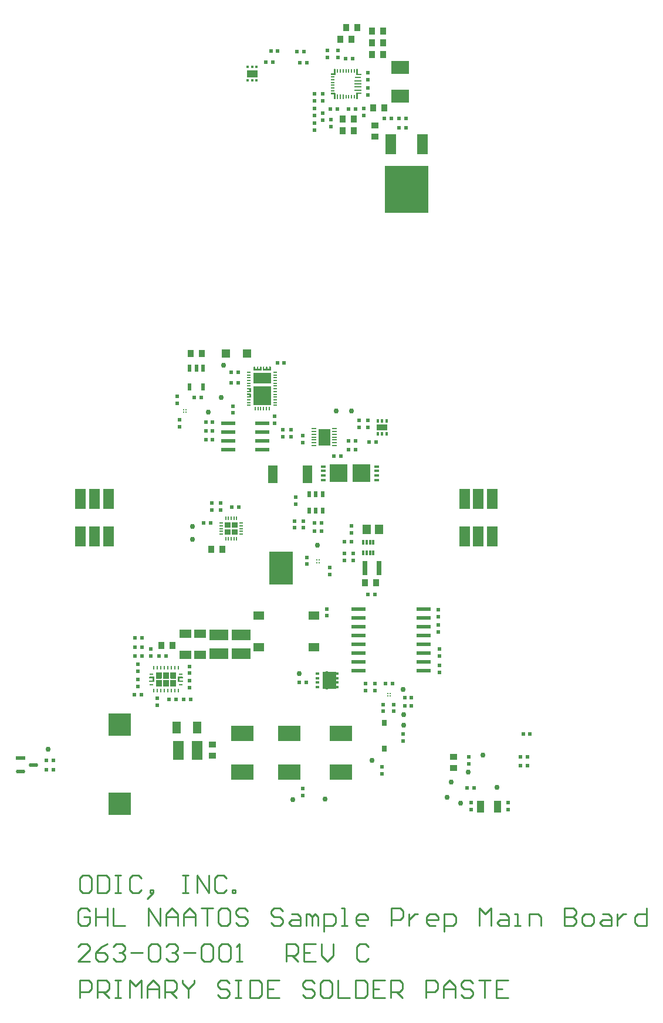
<source format=gtp>
G04*
G04 #@! TF.GenerationSoftware,Altium Limited,Altium Designer,24.9.1 (31)*
G04*
G04 Layer_Color=8421504*
%FSLAX44Y44*%
%MOMM*%
G71*
G04*
G04 #@! TF.SameCoordinates,1259BD5C-C6F3-40BD-8840-5C3A0C5864AA*
G04*
G04*
G04 #@! TF.FilePolarity,Positive*
G04*
G01*
G75*
%ADD17C,0.2540*%
%ADD19R,0.6000X0.6000*%
%ADD20R,1.6500X0.9500*%
%ADD21R,0.3500X0.4800*%
%ADD22R,0.6000X0.9000*%
%ADD23R,1.0000X0.9500*%
%ADD24R,0.6000X0.6000*%
%ADD25R,6.2500X6.8000*%
%ADD26R,1.5000X3.0000*%
%ADD27C,0.7620*%
%ADD28R,0.2000X0.6000*%
%ADD29R,0.6000X0.2000*%
%ADD30R,0.2000X0.4000*%
%ADD31R,0.4000X0.2000*%
%ADD32R,2.6500X2.7200*%
%ADD33R,2.6500X1.5300*%
%ADD34R,1.4000X2.5000*%
%ADD35R,2.0000X0.6000*%
%ADD36R,3.3000X3.1750*%
%ADD37R,0.7064X0.2040*%
%ADD38R,1.7018X2.3876*%
%ADD39R,1.1500X1.4500*%
%ADD40R,0.3000X0.6700*%
%ADD41R,1.8000X1.1500*%
%ADD42R,0.9500X1.0000*%
%ADD43R,0.6000X0.2400*%
%ADD44R,0.2400X0.6000*%
%ADD45R,2.7200X1.5300*%
%ADD46R,1.1500X1.8000*%
%ADD47R,1.5300X2.7200*%
%ADD48R,0.8000X0.9000*%
%ADD49R,3.3020X2.2606*%
%ADD50R,1.2500X1.2500*%
%ADD51R,0.3000X0.4500*%
%ADD52R,1.6000X1.0000*%
%ADD53R,1.5500X1.3000*%
%ADD54R,3.4300X4.7000*%
%ADD55R,0.5000X1.0056*%
%ADD56C,0.2000*%
G04:AMPARAMS|DCode=57|XSize=1.3552mm|YSize=0.5625mm|CornerRadius=0.2812mm|HoleSize=0mm|Usage=FLASHONLY|Rotation=0.000|XOffset=0mm|YOffset=0mm|HoleType=Round|Shape=RoundedRectangle|*
%AMROUNDEDRECTD57*
21,1,1.3552,0.0000,0,0,0.0*
21,1,0.7928,0.5625,0,0,0.0*
1,1,0.5625,0.3964,0.0000*
1,1,0.5625,-0.3964,0.0000*
1,1,0.5625,-0.3964,0.0000*
1,1,0.5625,0.3964,0.0000*
%
%ADD57ROUNDEDRECTD57*%
%ADD58R,1.3552X0.5625*%
%ADD59R,1.0000X1.8000*%
%ADD60R,1.0000X0.9000*%
%ADD61R,1.6000X3.0000*%
%ADD62R,2.5100X2.5500*%
%ADD63R,0.7000X0.4000*%
%ADD64R,0.5000X0.3500*%
%ADD65R,2.5000X1.9000*%
%ADD66R,0.9500X0.2000*%
%ADD67R,1.0000X0.2000*%
%ADD68R,0.2000X0.6800*%
%ADD69R,0.2000X0.6500*%
%ADD70R,0.2000X0.7000*%
%ADD71R,0.6000X0.2000*%
%ADD72R,0.8000X2.0000*%
G36*
X126079Y4412D02*
X126175Y4383D01*
X126263Y4336D01*
X126340Y4272D01*
X126404Y4195D01*
X126451Y4107D01*
X126480Y4011D01*
X126490Y3912D01*
Y-4268D01*
X126480Y-4368D01*
X126451Y-4463D01*
X126404Y-4552D01*
X126340Y-4629D01*
X126263Y-4692D01*
X126175Y-4739D01*
X126079Y-4768D01*
X125980Y-4778D01*
X118500D01*
X118400Y-4768D01*
X118305Y-4739D01*
X118216Y-4692D01*
X118139Y-4629D01*
X118076Y-4552D01*
X118029Y-4463D01*
X118000Y-4368D01*
X117990Y-4268D01*
Y3912D01*
X118000Y4011D01*
X118029Y4107D01*
X118076Y4195D01*
X118139Y4272D01*
X118216Y4336D01*
X118305Y4383D01*
X118400Y4412D01*
X118500Y4422D01*
X125980D01*
X126079Y4412D01*
D02*
G37*
G36*
X115579D02*
X115675Y4383D01*
X115763Y4336D01*
X115840Y4272D01*
X115904Y4195D01*
X115951Y4107D01*
X115980Y4011D01*
X115990Y3912D01*
Y-4268D01*
X115980Y-4368D01*
X115951Y-4463D01*
X115904Y-4552D01*
X115840Y-4629D01*
X115763Y-4692D01*
X115675Y-4739D01*
X115579Y-4768D01*
X115480Y-4778D01*
X108000D01*
X107900Y-4768D01*
X107805Y-4739D01*
X107717Y-4692D01*
X107639Y-4629D01*
X107576Y-4552D01*
X107529Y-4463D01*
X107500Y-4368D01*
X107490Y-4268D01*
Y3912D01*
X107500Y4011D01*
X107529Y4107D01*
X107576Y4195D01*
X107639Y4272D01*
X107717Y4336D01*
X107805Y4383D01*
X107900Y4412D01*
X108000Y4422D01*
X115480D01*
X115579Y4412D01*
D02*
G37*
G36*
X105079D02*
X105175Y4383D01*
X105263Y4336D01*
X105340Y4272D01*
X105404Y4195D01*
X105451Y4107D01*
X105480Y4011D01*
X105490Y3912D01*
Y-4268D01*
X105480Y-4368D01*
X105451Y-4463D01*
X105404Y-4552D01*
X105340Y-4629D01*
X105263Y-4692D01*
X105175Y-4739D01*
X105079Y-4768D01*
X104980Y-4778D01*
X97500D01*
X97400Y-4768D01*
X97305Y-4739D01*
X97217Y-4692D01*
X97139Y-4629D01*
X97076Y-4552D01*
X97029Y-4463D01*
X97000Y-4368D01*
X96990Y-4268D01*
Y3912D01*
X97000Y4011D01*
X97029Y4107D01*
X97076Y4195D01*
X97139Y4272D01*
X97217Y4336D01*
X97305Y4383D01*
X97400Y4412D01*
X97500Y4422D01*
X104980D01*
X105079Y4412D01*
D02*
G37*
G36*
X136241Y-2527D02*
Y-3527D01*
X135741Y-4027D01*
X130991D01*
Y-7527D01*
X135741D01*
X136241Y-8027D01*
Y-9027D01*
X135741Y-9527D01*
X128991D01*
X128491Y-9027D01*
Y-2527D01*
X128991Y-2027D01*
X135741D01*
X136241Y-2527D01*
D02*
G37*
G36*
X94989D02*
Y-9027D01*
X94489Y-9527D01*
X87739D01*
X87239Y-9027D01*
Y-8027D01*
X87739Y-7527D01*
X92489D01*
Y-4027D01*
X87739D01*
X87239Y-3527D01*
Y-2527D01*
X87739Y-2027D01*
X94489D01*
X94989Y-2527D01*
D02*
G37*
G36*
X126079Y-6788D02*
X126175Y-6817D01*
X126263Y-6864D01*
X126340Y-6927D01*
X126404Y-7005D01*
X126451Y-7093D01*
X126480Y-7189D01*
X126490Y-7288D01*
Y-15468D01*
X126480Y-15568D01*
X126451Y-15663D01*
X126404Y-15752D01*
X126340Y-15829D01*
X126263Y-15892D01*
X126175Y-15939D01*
X126079Y-15968D01*
X125980Y-15978D01*
X118500D01*
X118400Y-15968D01*
X118305Y-15939D01*
X118216Y-15892D01*
X118139Y-15829D01*
X118076Y-15752D01*
X118029Y-15663D01*
X118000Y-15568D01*
X117990Y-15468D01*
Y-7288D01*
X118000Y-7189D01*
X118029Y-7093D01*
X118076Y-7005D01*
X118139Y-6927D01*
X118216Y-6864D01*
X118305Y-6817D01*
X118400Y-6788D01*
X118500Y-6778D01*
X125980D01*
X126079Y-6788D01*
D02*
G37*
G36*
X115579D02*
X115675Y-6817D01*
X115763Y-6864D01*
X115840Y-6927D01*
X115904Y-7005D01*
X115951Y-7093D01*
X115980Y-7189D01*
X115990Y-7288D01*
Y-15468D01*
X115980Y-15568D01*
X115951Y-15663D01*
X115904Y-15752D01*
X115840Y-15829D01*
X115763Y-15892D01*
X115675Y-15939D01*
X115579Y-15968D01*
X115480Y-15978D01*
X108000D01*
X107900Y-15968D01*
X107805Y-15939D01*
X107717Y-15892D01*
X107639Y-15829D01*
X107576Y-15752D01*
X107529Y-15663D01*
X107500Y-15568D01*
X107490Y-15468D01*
Y-7288D01*
X107500Y-7189D01*
X107529Y-7093D01*
X107576Y-7005D01*
X107639Y-6927D01*
X107717Y-6864D01*
X107805Y-6817D01*
X107900Y-6788D01*
X108000Y-6778D01*
X115480D01*
X115579Y-6788D01*
D02*
G37*
G36*
X105079D02*
X105175Y-6817D01*
X105263Y-6864D01*
X105340Y-6927D01*
X105404Y-7005D01*
X105451Y-7093D01*
X105480Y-7189D01*
X105490Y-7288D01*
Y-15468D01*
X105480Y-15568D01*
X105451Y-15663D01*
X105404Y-15752D01*
X105340Y-15829D01*
X105263Y-15892D01*
X105175Y-15939D01*
X105079Y-15968D01*
X104980Y-15978D01*
X97500D01*
X97400Y-15968D01*
X97305Y-15939D01*
X97217Y-15892D01*
X97139Y-15829D01*
X97076Y-15752D01*
X97029Y-15663D01*
X97000Y-15568D01*
X96990Y-15468D01*
Y-7288D01*
X97000Y-7189D01*
X97029Y-7093D01*
X97076Y-7005D01*
X97139Y-6927D01*
X97217Y-6864D01*
X97305Y-6817D01*
X97400Y-6788D01*
X97500Y-6778D01*
X104980D01*
X105079Y-6788D01*
D02*
G37*
G36*
X214761Y203036D02*
X206761D01*
Y211036D01*
X214761D01*
Y203036D01*
D02*
G37*
G36*
X204761D02*
X196761D01*
Y211036D01*
X204761D01*
Y203036D01*
D02*
G37*
G36*
X345755Y4964D02*
X357505D01*
Y-19536D01*
X345755D01*
Y-20286D01*
X342255D01*
Y-19536D01*
X337755D01*
Y4964D01*
X342255D01*
Y5714D01*
X345755D01*
Y4964D01*
D02*
G37*
G36*
X204761Y213036D02*
X196761D01*
Y221036D01*
X204761D01*
Y213036D01*
D02*
G37*
G36*
X206761D02*
X214761D01*
Y221036D01*
X206761D01*
Y213036D01*
D02*
G37*
G36*
X355440Y290603D02*
X355450Y290506D01*
Y280243D01*
X355440Y280147D01*
X355412Y280055D01*
X355367Y279969D01*
X355305Y279895D01*
X355231Y279833D01*
X355145Y279788D01*
X355053Y279760D01*
X354957Y279750D01*
X348894D01*
X348797Y279760D01*
X348705Y279788D01*
X348619Y279833D01*
X348545Y279895D01*
X348483Y279969D01*
X348438Y280055D01*
X348410Y280147D01*
X348400Y280243D01*
Y290506D01*
X348410Y290603D01*
X348438Y290695D01*
X348483Y290781D01*
X348545Y290856D01*
X348619Y290917D01*
X348705Y290962D01*
X348797Y290991D01*
X348894Y291000D01*
X354957D01*
X355053Y290991D01*
X355145Y290962D01*
X355231Y290917D01*
X355305Y290856D01*
X355367Y290781D01*
X355412Y290695D01*
X355440Y290603D01*
D02*
G37*
G36*
X357459Y280147D02*
X357450Y280243D01*
Y290506D01*
X357459Y290603D01*
X357488Y290695D01*
X357533Y290781D01*
X357594Y290856D01*
X357669Y290917D01*
X357755Y290962D01*
X357847Y290991D01*
X357943Y291000D01*
X364007D01*
X364103Y290991D01*
X364195Y290962D01*
X364281Y290917D01*
X364356Y290856D01*
X364417Y290781D01*
X364462Y290695D01*
X364491Y290603D01*
X364500Y290506D01*
Y280243D01*
X364491Y280147D01*
X364462Y280055D01*
X364417Y279969D01*
X364356Y279895D01*
X364281Y279833D01*
X364195Y279788D01*
X364103Y279760D01*
X364007Y279750D01*
X357943D01*
X357847Y279760D01*
X357755Y279788D01*
X357669Y279833D01*
X357594Y279895D01*
X357533Y279969D01*
X357488Y280055D01*
X357459Y280147D01*
D02*
G37*
G36*
X396540Y290603D02*
X396550Y290506D01*
Y280244D01*
X396540Y280147D01*
X396512Y280055D01*
X396467Y279969D01*
X396405Y279895D01*
X396331Y279833D01*
X396245Y279788D01*
X396153Y279760D01*
X396057Y279750D01*
X389994D01*
X389897Y279760D01*
X389805Y279788D01*
X389719Y279833D01*
X389645Y279895D01*
X389583Y279969D01*
X389538Y280055D01*
X389510Y280147D01*
X389500Y280244D01*
Y290506D01*
X389510Y290603D01*
X389538Y290695D01*
X389583Y290781D01*
X389645Y290856D01*
X389719Y290917D01*
X389805Y290963D01*
X389897Y290991D01*
X389994Y291000D01*
X396057D01*
X396153Y290991D01*
X396245Y290963D01*
X396331Y290917D01*
X396405Y290856D01*
X396467Y290781D01*
X396512Y290695D01*
X396540Y290603D01*
D02*
G37*
G36*
X398559Y280147D02*
X398550Y280244D01*
Y290506D01*
X398559Y290603D01*
X398587Y290695D01*
X398633Y290781D01*
X398694Y290856D01*
X398769Y290917D01*
X398855Y290963D01*
X398947Y290991D01*
X399044Y291000D01*
X405107D01*
X405203Y290991D01*
X405295Y290963D01*
X405381Y290917D01*
X405456Y290856D01*
X405517Y290781D01*
X405562Y290695D01*
X405591Y290603D01*
X405600Y290506D01*
Y280244D01*
X405591Y280147D01*
X405562Y280055D01*
X405517Y279969D01*
X405456Y279895D01*
X405381Y279833D01*
X405295Y279788D01*
X405203Y279760D01*
X405107Y279750D01*
X399044D01*
X398947Y279760D01*
X398855Y279788D01*
X398769Y279833D01*
X398694Y279895D01*
X398633Y279969D01*
X398587Y280055D01*
X398559Y280147D01*
D02*
G37*
G36*
X356308Y875724D02*
Y867724D01*
X355808Y867224D01*
X349808D01*
X349308Y867724D01*
Y868724D01*
X349808Y869224D01*
X354308D01*
Y875724D01*
X354808Y876224D01*
X355808D01*
X356308Y875724D01*
D02*
G37*
G36*
X388308Y875724D02*
Y868724D01*
X392808D01*
X393308Y868224D01*
Y867224D01*
X392808Y866724D01*
X386808Y866724D01*
X386308Y867224D01*
X386308Y875724D01*
X386808Y876224D01*
X387808D01*
X388308Y875724D01*
D02*
G37*
G36*
X393308Y841224D02*
Y840224D01*
X392808Y839724D01*
X388308D01*
Y832724D01*
X387808Y832224D01*
X386808D01*
X386308Y832724D01*
X386308Y841224D01*
X386808Y841724D01*
X392808Y841724D01*
X393308Y841224D01*
D02*
G37*
G36*
X355808D02*
X356308Y840724D01*
X356308Y832724D01*
X355808Y832224D01*
X354808D01*
X354308Y832724D01*
Y839224D01*
X349808D01*
X349308Y839724D01*
X349308Y840724D01*
X349808Y841224D01*
X355808Y841224D01*
D02*
G37*
G36*
X263020Y445376D02*
Y440376D01*
X262520Y439876D01*
X251990D01*
X251490Y440376D01*
Y442876D01*
X251490Y445376D01*
X251990Y445876D01*
X252990Y445876D01*
X253490Y445376D01*
X253490Y443126D01*
X253990Y442626D01*
X255490D01*
X255990Y443126D01*
Y445376D01*
X256490Y445876D01*
X257490Y445876D01*
X257990Y445376D01*
X257990Y443126D01*
X258490Y442626D01*
X259990D01*
X260490Y443126D01*
Y445376D01*
X260990Y445876D01*
X262520Y445876D01*
X263020Y445376D01*
D02*
G37*
G36*
X248990Y445876D02*
X249490Y445376D01*
X249490Y442876D01*
Y440376D01*
X248990Y439876D01*
X238460D01*
X237960Y440376D01*
Y445376D01*
X238460Y445876D01*
X239990Y445876D01*
X240490Y445376D01*
Y443126D01*
X240990Y442626D01*
X242490D01*
X242990Y443126D01*
X242990Y445376D01*
X243490Y445876D01*
X244490Y445876D01*
X244990Y445376D01*
Y443126D01*
X245490Y442626D01*
X246990D01*
X247490Y443126D01*
Y445376D01*
X247990Y445876D01*
X248990Y445876D01*
D02*
G37*
G36*
X263240Y435726D02*
Y423226D01*
X262740Y422726D01*
X252040D01*
X251540Y423226D01*
Y435726D01*
X252040Y436226D01*
X262740D01*
X263240Y435726D01*
D02*
G37*
G36*
X249440D02*
Y423226D01*
X248940Y422726D01*
X238240D01*
X237740Y423226D01*
Y435726D01*
X238240Y436226D01*
X248940D01*
X249440Y435726D01*
D02*
G37*
G36*
X234490Y414376D02*
Y409376D01*
X233990Y408876D01*
X228990D01*
X228490Y409376D01*
Y410376D01*
X228990Y410876D01*
X231240Y410876D01*
X231740Y411376D01*
Y412376D01*
X231240Y412876D01*
X228990Y412876D01*
X228490Y413376D01*
Y414376D01*
X228990Y414876D01*
X233990D01*
X234490Y414376D01*
D02*
G37*
G36*
X263240Y416726D02*
Y405726D01*
X262740Y405226D01*
X252040D01*
X251540Y405726D01*
Y416726D01*
X252040Y417226D01*
X262740D01*
X263240Y416726D01*
D02*
G37*
G36*
X249440D02*
Y405726D01*
X248940Y405226D01*
X238240D01*
X237740Y405726D01*
Y416726D01*
X238240Y417226D01*
X248940D01*
X249440Y416726D01*
D02*
G37*
G36*
X234490Y406376D02*
X234490Y401376D01*
X233990Y400876D01*
X228990D01*
X228490Y401376D01*
Y402376D01*
X228990Y402876D01*
X231240Y402876D01*
X231740Y403376D01*
Y404376D01*
X231240Y404876D01*
X228990Y404876D01*
X228490Y405376D01*
Y406376D01*
X228990Y406876D01*
X233990D01*
X234490Y406376D01*
D02*
G37*
G36*
X263240Y402726D02*
Y391726D01*
X262740Y391226D01*
X252040D01*
X251540Y391726D01*
Y402726D01*
X252040Y403226D01*
X262740D01*
X263240Y402726D01*
D02*
G37*
G36*
X249440D02*
Y391726D01*
X248940Y391226D01*
X238240D01*
X237740Y391726D01*
Y402726D01*
X238240Y403226D01*
X248940D01*
X249440Y402726D01*
D02*
G37*
G36*
X405203Y304240D02*
X405295Y304212D01*
X405381Y304167D01*
X405456Y304105D01*
X405517Y304031D01*
X405562Y303945D01*
X405591Y303853D01*
X405600Y303757D01*
Y293493D01*
X405591Y293397D01*
X405562Y293305D01*
X405517Y293219D01*
X405456Y293144D01*
X405381Y293083D01*
X405295Y293038D01*
X405203Y293009D01*
X405107Y293000D01*
X399044D01*
X398947Y293009D01*
X398855Y293038D01*
X398769Y293083D01*
X398694Y293144D01*
X398633Y293219D01*
X398587Y293305D01*
X398559Y293397D01*
X398550Y293493D01*
Y303757D01*
X398559Y303853D01*
X398587Y303945D01*
X398633Y304031D01*
X398694Y304105D01*
X398769Y304167D01*
X398855Y304212D01*
X398947Y304240D01*
X399044Y304250D01*
X405107D01*
X405203Y304240D01*
D02*
G37*
G36*
X396153D02*
X396245Y304212D01*
X396331Y304167D01*
X396405Y304105D01*
X396467Y304031D01*
X396512Y303945D01*
X396540Y303853D01*
X396550Y303757D01*
Y293493D01*
X396540Y293397D01*
X396512Y293305D01*
X396467Y293219D01*
X396405Y293144D01*
X396331Y293083D01*
X396245Y293038D01*
X396153Y293009D01*
X396057Y293000D01*
X389994D01*
X389897Y293009D01*
X389805Y293038D01*
X389719Y293083D01*
X389645Y293144D01*
X389583Y293219D01*
X389538Y293305D01*
X389510Y293397D01*
X389500Y293493D01*
Y303757D01*
X389510Y303853D01*
X389538Y303945D01*
X389583Y304031D01*
X389645Y304105D01*
X389719Y304167D01*
X389805Y304212D01*
X389897Y304240D01*
X389994Y304250D01*
X396057D01*
X396153Y304240D01*
D02*
G37*
G36*
X364103Y304240D02*
X364195Y304212D01*
X364281Y304167D01*
X364356Y304105D01*
X364417Y304031D01*
X364462Y303945D01*
X364491Y303853D01*
X364500Y303756D01*
Y293493D01*
X364491Y293397D01*
X364462Y293305D01*
X364417Y293219D01*
X364356Y293144D01*
X364281Y293083D01*
X364195Y293037D01*
X364103Y293009D01*
X364007Y293000D01*
X357943D01*
X357847Y293009D01*
X357755Y293037D01*
X357669Y293083D01*
X357594Y293144D01*
X357533Y293219D01*
X357488Y293305D01*
X357459Y293397D01*
X357450Y293493D01*
Y303756D01*
X357459Y303853D01*
X357488Y303945D01*
X357533Y304031D01*
X357594Y304105D01*
X357669Y304167D01*
X357755Y304212D01*
X357847Y304240D01*
X357943Y304250D01*
X364007D01*
X364103Y304240D01*
D02*
G37*
G36*
X355053D02*
X355145Y304212D01*
X355231Y304167D01*
X355305Y304105D01*
X355367Y304031D01*
X355412Y303945D01*
X355440Y303853D01*
X355450Y303756D01*
Y293493D01*
X355440Y293397D01*
X355412Y293305D01*
X355367Y293219D01*
X355305Y293144D01*
X355231Y293083D01*
X355145Y293037D01*
X355053Y293009D01*
X354957Y293000D01*
X348894D01*
X348797Y293009D01*
X348705Y293037D01*
X348619Y293083D01*
X348545Y293144D01*
X348483Y293219D01*
X348438Y293305D01*
X348410Y293397D01*
X348400Y293493D01*
Y303756D01*
X348410Y303853D01*
X348438Y303945D01*
X348483Y304031D01*
X348545Y304105D01*
X348619Y304167D01*
X348705Y304212D01*
X348797Y304240D01*
X348894Y304250D01*
X354957D01*
X355053Y304240D01*
D02*
G37*
D17*
X-12641Y-465644D02*
Y-440253D01*
X55D01*
X4287Y-444484D01*
Y-452948D01*
X55Y-457180D01*
X-12641D01*
X12751Y-465644D02*
Y-440253D01*
X25447D01*
X29679Y-444484D01*
Y-452948D01*
X25447Y-457180D01*
X12751D01*
X21215D02*
X29679Y-465644D01*
X38143Y-440253D02*
X46607D01*
X42375D01*
Y-465644D01*
X38143D01*
X46607D01*
X59303D02*
Y-440253D01*
X67767Y-448717D01*
X76231Y-440253D01*
Y-465644D01*
X84695D02*
Y-448717D01*
X93159Y-440253D01*
X101623Y-448717D01*
Y-465644D01*
Y-452948D01*
X84695D01*
X110086Y-465644D02*
Y-440253D01*
X122782D01*
X127014Y-444484D01*
Y-452948D01*
X122782Y-457180D01*
X110086D01*
X118551D02*
X127014Y-465644D01*
X135478Y-440253D02*
Y-444484D01*
X143942Y-452948D01*
X152406Y-444484D01*
Y-440253D01*
X143942Y-452948D02*
Y-465644D01*
X203190Y-444484D02*
X198958Y-440253D01*
X190494D01*
X186262Y-444484D01*
Y-448717D01*
X190494Y-452948D01*
X198958D01*
X203190Y-457180D01*
Y-461412D01*
X198958Y-465644D01*
X190494D01*
X186262Y-461412D01*
X211654Y-440253D02*
X220118D01*
X215886D01*
Y-465644D01*
X211654D01*
X220118D01*
X232814Y-440253D02*
Y-465644D01*
X245509D01*
X249741Y-461412D01*
Y-444484D01*
X245509Y-440253D01*
X232814D01*
X275133D02*
X258205D01*
Y-465644D01*
X275133D01*
X258205Y-452948D02*
X266669D01*
X325917Y-444484D02*
X321685Y-440253D01*
X313221D01*
X308989Y-444484D01*
Y-448717D01*
X313221Y-452948D01*
X321685D01*
X325917Y-457180D01*
Y-461412D01*
X321685Y-465644D01*
X313221D01*
X308989Y-461412D01*
X347077Y-440253D02*
X338613D01*
X334381Y-444484D01*
Y-461412D01*
X338613Y-465644D01*
X347077D01*
X351309Y-461412D01*
Y-444484D01*
X347077Y-440253D01*
X359772D02*
Y-465644D01*
X376700D01*
X385164Y-440253D02*
Y-465644D01*
X397860D01*
X402092Y-461412D01*
Y-444484D01*
X397860Y-440253D01*
X385164D01*
X427484D02*
X410556D01*
Y-465644D01*
X427484D01*
X410556Y-452948D02*
X419020D01*
X435948Y-465644D02*
Y-440253D01*
X448644D01*
X452876Y-444484D01*
Y-452948D01*
X448644Y-457180D01*
X435948D01*
X444412D02*
X452876Y-465644D01*
X486731D02*
Y-440253D01*
X499427D01*
X503659Y-444484D01*
Y-452948D01*
X499427Y-457180D01*
X486731D01*
X512123Y-465644D02*
Y-448717D01*
X520587Y-440253D01*
X529051Y-448717D01*
Y-465644D01*
Y-452948D01*
X512123D01*
X554443Y-444484D02*
X550211Y-440253D01*
X541747D01*
X537515Y-444484D01*
Y-448717D01*
X541747Y-452948D01*
X550211D01*
X554443Y-457180D01*
Y-461412D01*
X550211Y-465644D01*
X541747D01*
X537515Y-461412D01*
X562907Y-440253D02*
X579835D01*
X571371D01*
Y-465644D01*
X605227Y-440253D02*
X588299D01*
Y-465644D01*
X605227D01*
X588299Y-452948D02*
X596763D01*
X-145Y-288975D02*
X-8608D01*
X-12840Y-293207D01*
Y-310134D01*
X-8608Y-314366D01*
X-145D01*
X4087Y-310134D01*
Y-293207D01*
X-145Y-288975D01*
X12551D02*
Y-314366D01*
X25247D01*
X29479Y-310134D01*
Y-293207D01*
X25247Y-288975D01*
X12551D01*
X37943D02*
X46407D01*
X42175D01*
Y-314366D01*
X37943D01*
X46407D01*
X76031Y-293207D02*
X71799Y-288975D01*
X63335D01*
X59103Y-293207D01*
Y-310134D01*
X63335Y-314366D01*
X71799D01*
X76031Y-310134D01*
X88727Y-318598D02*
X92959Y-314366D01*
Y-310134D01*
X88727D01*
Y-314366D01*
X92959D01*
X88727Y-318598D01*
X84495Y-322830D01*
X135278Y-288975D02*
X143742D01*
X139510D01*
Y-314366D01*
X135278D01*
X143742D01*
X156438D02*
Y-288975D01*
X173366Y-314366D01*
Y-288975D01*
X198758Y-293207D02*
X194526Y-288975D01*
X186062D01*
X181830Y-293207D01*
Y-310134D01*
X186062Y-314366D01*
X194526D01*
X198758Y-310134D01*
X207222Y-314366D02*
Y-310134D01*
X211454D01*
Y-314366D01*
X207222D01*
X1341Y-340332D02*
X-2891Y-336100D01*
X-11355D01*
X-15587Y-340332D01*
Y-357260D01*
X-11355Y-361492D01*
X-2891D01*
X1341Y-357260D01*
Y-348796D01*
X-7123D01*
X9805Y-336100D02*
Y-361492D01*
Y-348796D01*
X26733D01*
Y-336100D01*
Y-361492D01*
X35197Y-336100D02*
Y-361492D01*
X52125D01*
X85980D02*
Y-336100D01*
X102908Y-361492D01*
Y-336100D01*
X111372Y-361492D02*
Y-344564D01*
X119836Y-336100D01*
X128300Y-344564D01*
Y-361492D01*
Y-348796D01*
X111372D01*
X136764Y-361492D02*
Y-344564D01*
X145228Y-336100D01*
X153692Y-344564D01*
Y-361492D01*
Y-348796D01*
X136764D01*
X162156Y-336100D02*
X179083D01*
X170620D01*
Y-361492D01*
X200243Y-336100D02*
X191779D01*
X187547Y-340332D01*
Y-357260D01*
X191779Y-361492D01*
X200243D01*
X204475Y-357260D01*
Y-340332D01*
X200243Y-336100D01*
X229867Y-340332D02*
X225635Y-336100D01*
X217171D01*
X212939Y-340332D01*
Y-344564D01*
X217171Y-348796D01*
X225635D01*
X229867Y-353028D01*
Y-357260D01*
X225635Y-361492D01*
X217171D01*
X212939Y-357260D01*
X280651Y-340332D02*
X276419Y-336100D01*
X267955D01*
X263723Y-340332D01*
Y-344564D01*
X267955Y-348796D01*
X276419D01*
X280651Y-353028D01*
Y-357260D01*
X276419Y-361492D01*
X267955D01*
X263723Y-357260D01*
X293347Y-344564D02*
X301810D01*
X306042Y-348796D01*
Y-361492D01*
X293347D01*
X289115Y-357260D01*
X293347Y-353028D01*
X306042D01*
X314506Y-361492D02*
Y-344564D01*
X318738D01*
X322970Y-348796D01*
Y-361492D01*
Y-348796D01*
X327202Y-344564D01*
X331434Y-348796D01*
Y-361492D01*
X339898Y-369956D02*
Y-344564D01*
X352594D01*
X356826Y-348796D01*
Y-357260D01*
X352594Y-361492D01*
X339898D01*
X365290D02*
X373754D01*
X369522D01*
Y-336100D01*
X365290D01*
X399146Y-361492D02*
X390682D01*
X386450Y-357260D01*
Y-348796D01*
X390682Y-344564D01*
X399146D01*
X403378Y-348796D01*
Y-353028D01*
X386450D01*
X437233Y-361492D02*
Y-336100D01*
X449929D01*
X454161Y-340332D01*
Y-348796D01*
X449929Y-353028D01*
X437233D01*
X462625Y-344564D02*
Y-361492D01*
Y-353028D01*
X466857Y-348796D01*
X471089Y-344564D01*
X475321D01*
X500713Y-361492D02*
X492249D01*
X488017Y-357260D01*
Y-348796D01*
X492249Y-344564D01*
X500713D01*
X504945Y-348796D01*
Y-353028D01*
X488017D01*
X513409Y-369956D02*
Y-344564D01*
X526105D01*
X530337Y-348796D01*
Y-357260D01*
X526105Y-361492D01*
X513409D01*
X564192D02*
Y-336100D01*
X572656Y-344564D01*
X581120Y-336100D01*
Y-361492D01*
X593816Y-344564D02*
X602280D01*
X606512Y-348796D01*
Y-361492D01*
X593816D01*
X589584Y-357260D01*
X593816Y-353028D01*
X606512D01*
X614976Y-361492D02*
X623440D01*
X619208D01*
Y-344564D01*
X614976D01*
X636136Y-361492D02*
Y-344564D01*
X648832D01*
X653064Y-348796D01*
Y-361492D01*
X686919Y-336100D02*
Y-361492D01*
X699615D01*
X703847Y-357260D01*
Y-353028D01*
X699615Y-348796D01*
X686919D01*
X699615D01*
X703847Y-344564D01*
Y-340332D01*
X699615Y-336100D01*
X686919D01*
X716543Y-361492D02*
X725007D01*
X729239Y-357260D01*
Y-348796D01*
X725007Y-344564D01*
X716543D01*
X712311Y-348796D01*
Y-357260D01*
X716543Y-361492D01*
X741935Y-344564D02*
X750399D01*
X754631Y-348796D01*
Y-361492D01*
X741935D01*
X737703Y-357260D01*
X741935Y-353028D01*
X754631D01*
X763095Y-344564D02*
Y-361492D01*
Y-353028D01*
X767327Y-348796D01*
X771559Y-344564D01*
X775791D01*
X805414Y-336100D02*
Y-361492D01*
X792719D01*
X788486Y-357260D01*
Y-348796D01*
X792719Y-344564D01*
X805414D01*
X1727Y-413574D02*
X-15201D01*
X1727Y-396646D01*
Y-392415D01*
X-2505Y-388183D01*
X-10969D01*
X-15201Y-392415D01*
X27119Y-388183D02*
X18655Y-392415D01*
X10191Y-400878D01*
Y-409342D01*
X14423Y-413574D01*
X22887D01*
X27119Y-409342D01*
Y-405110D01*
X22887Y-400878D01*
X10191D01*
X35583Y-392415D02*
X39815Y-388183D01*
X48279D01*
X52511Y-392415D01*
Y-396646D01*
X48279Y-400878D01*
X44047D01*
X48279D01*
X52511Y-405110D01*
Y-409342D01*
X48279Y-413574D01*
X39815D01*
X35583Y-409342D01*
X60975Y-400878D02*
X77903D01*
X86367Y-392415D02*
X90599Y-388183D01*
X99063D01*
X103295Y-392415D01*
Y-409342D01*
X99063Y-413574D01*
X90599D01*
X86367Y-409342D01*
Y-392415D01*
X111758D02*
X115990Y-388183D01*
X124454D01*
X128686Y-392415D01*
Y-396646D01*
X124454Y-400878D01*
X120222D01*
X124454D01*
X128686Y-405110D01*
Y-409342D01*
X124454Y-413574D01*
X115990D01*
X111758Y-409342D01*
X137150Y-400878D02*
X154078D01*
X162542Y-392415D02*
X166774Y-388183D01*
X175238D01*
X179470Y-392415D01*
Y-409342D01*
X175238Y-413574D01*
X166774D01*
X162542Y-409342D01*
Y-392415D01*
X187934D02*
X192166Y-388183D01*
X200630D01*
X204862Y-392415D01*
Y-409342D01*
X200630Y-413574D01*
X192166D01*
X187934Y-409342D01*
Y-392415D01*
X213326Y-413574D02*
X221790D01*
X217558D01*
Y-388183D01*
X213326Y-392415D01*
X285269Y-413574D02*
Y-388183D01*
X297965D01*
X302197Y-392415D01*
Y-400878D01*
X297965Y-405110D01*
X285269D01*
X293733D02*
X302197Y-413574D01*
X327589Y-388183D02*
X310661D01*
Y-413574D01*
X327589D01*
X310661Y-400878D02*
X319125D01*
X336053Y-388183D02*
Y-405110D01*
X344517Y-413574D01*
X352980Y-405110D01*
Y-388183D01*
X403764Y-392415D02*
X399532Y-388183D01*
X391068D01*
X386836Y-392415D01*
Y-409342D01*
X391068Y-413574D01*
X399532D01*
X403764Y-409342D01*
D19*
X396995Y818536D02*
D03*
Y808536D02*
D03*
X390000Y358000D02*
D03*
Y368000D02*
D03*
X403000Y358000D02*
D03*
Y368000D02*
D03*
X128000Y393000D02*
D03*
Y403000D02*
D03*
X99000Y-33000D02*
D03*
Y-43000D02*
D03*
X344000Y96000D02*
D03*
Y86000D02*
D03*
X297000Y223000D02*
D03*
Y213000D02*
D03*
X299000Y257000D02*
D03*
Y247000D02*
D03*
X310000Y223000D02*
D03*
Y213000D02*
D03*
X309000Y346000D02*
D03*
Y336000D02*
D03*
X369000Y176000D02*
D03*
Y166000D02*
D03*
X146000Y13000D02*
D03*
Y3000D02*
D03*
X379000Y216000D02*
D03*
Y206000D02*
D03*
X90000Y28000D02*
D03*
Y38000D02*
D03*
X71000Y16000D02*
D03*
Y6000D02*
D03*
X382000Y166000D02*
D03*
Y176000D02*
D03*
X71000Y-16000D02*
D03*
Y-6000D02*
D03*
X146000Y-18000D02*
D03*
Y-8000D02*
D03*
X208225Y388950D02*
D03*
Y378950D02*
D03*
X605000Y-184000D02*
D03*
Y-194000D02*
D03*
X552000Y-184000D02*
D03*
Y-194000D02*
D03*
X549000Y-128000D02*
D03*
Y-118000D02*
D03*
X131000Y359000D02*
D03*
Y369000D02*
D03*
X292225Y354950D02*
D03*
Y344950D02*
D03*
X280225D02*
D03*
Y354950D02*
D03*
X268225Y363950D02*
D03*
Y373950D02*
D03*
X177761Y238536D02*
D03*
Y248536D02*
D03*
X190760D02*
D03*
Y238536D02*
D03*
X314995Y170536D02*
D03*
Y160536D02*
D03*
X423005Y-142286D02*
D03*
Y-132286D02*
D03*
X454000Y-95000D02*
D03*
Y-85000D02*
D03*
X308951Y-173805D02*
D03*
Y-163805D02*
D03*
X325995Y839536D02*
D03*
Y829536D02*
D03*
X337995Y839536D02*
D03*
Y829536D02*
D03*
X325995Y808536D02*
D03*
Y818536D02*
D03*
X338001Y801536D02*
D03*
Y811536D02*
D03*
X344995Y892536D02*
D03*
Y902536D02*
D03*
X403308Y848224D02*
D03*
Y838224D02*
D03*
Y860224D02*
D03*
Y870224D02*
D03*
X359995Y902536D02*
D03*
Y892536D02*
D03*
X440000Y-52000D02*
D03*
Y-42000D02*
D03*
X506000Y28000D02*
D03*
Y38000D02*
D03*
X505000Y73000D02*
D03*
Y63000D02*
D03*
X400000Y-22000D02*
D03*
Y-12000D02*
D03*
X413000D02*
D03*
Y-22000D02*
D03*
X505000Y95000D02*
D03*
Y85000D02*
D03*
X506000Y14000D02*
D03*
Y4000D02*
D03*
X425000Y-52000D02*
D03*
Y-42000D02*
D03*
X349995Y792536D02*
D03*
Y802536D02*
D03*
X325995Y787536D02*
D03*
Y797536D02*
D03*
X348000Y146000D02*
D03*
Y156000D02*
D03*
D20*
X423500Y358250D02*
D03*
D21*
X417000Y349150D02*
D03*
Y367350D02*
D03*
X430000Y349150D02*
D03*
Y367350D02*
D03*
X423500Y349150D02*
D03*
Y367350D02*
D03*
D22*
X337500Y262000D02*
D03*
X328000D02*
D03*
X318500D02*
D03*
Y238000D02*
D03*
X328000D02*
D03*
X337500D02*
D03*
D23*
X413000Y794000D02*
D03*
Y778000D02*
D03*
X179000Y-100000D02*
D03*
Y-116000D02*
D03*
D24*
X437000Y804000D02*
D03*
X427000D02*
D03*
X375000Y326000D02*
D03*
X385000D02*
D03*
X415000Y337000D02*
D03*
X405000D02*
D03*
X77000Y28000D02*
D03*
X67000D02*
D03*
X375000Y339000D02*
D03*
X385000D02*
D03*
X126000Y-35000D02*
D03*
X116000D02*
D03*
X67000Y54000D02*
D03*
X77000D02*
D03*
X112000Y28000D02*
D03*
X102000D02*
D03*
X379000Y193000D02*
D03*
X369000D02*
D03*
X458000Y804000D02*
D03*
X448000D02*
D03*
X354000Y317000D02*
D03*
X364000D02*
D03*
X77000Y41000D02*
D03*
X67000D02*
D03*
X147000Y-35000D02*
D03*
X137000D02*
D03*
X66000Y-28000D02*
D03*
X76000D02*
D03*
X265995Y885936D02*
D03*
X255995D02*
D03*
X305000Y885000D02*
D03*
X315000D02*
D03*
X300995Y900936D02*
D03*
X310995D02*
D03*
X272995Y901936D02*
D03*
X262995D02*
D03*
X205490Y422876D02*
D03*
X215490D02*
D03*
Y437876D02*
D03*
X205490D02*
D03*
X272225Y450950D02*
D03*
X282225D02*
D03*
X438464Y-12071D02*
D03*
X428464D02*
D03*
X546000Y-163000D02*
D03*
X556000D02*
D03*
X326000Y220000D02*
D03*
X336000D02*
D03*
X162506Y401064D02*
D03*
X152506D02*
D03*
X-51000Y-123000D02*
D03*
X-61000D02*
D03*
X-51000Y-136000D02*
D03*
X-61000D02*
D03*
X217000Y243000D02*
D03*
X207000D02*
D03*
X166000Y220000D02*
D03*
X176000D02*
D03*
X458000Y791000D02*
D03*
X448000D02*
D03*
X633000Y-130000D02*
D03*
X623000D02*
D03*
X637000Y-85000D02*
D03*
X627000D02*
D03*
X336000Y208000D02*
D03*
X326000D02*
D03*
X623000Y-118000D02*
D03*
X633000D02*
D03*
X466000Y-44000D02*
D03*
X456000D02*
D03*
X466000Y-32000D02*
D03*
X456000D02*
D03*
X314005Y-10536D02*
D03*
X304005D02*
D03*
X375308Y818224D02*
D03*
X385308D02*
D03*
X348995Y817536D02*
D03*
X358995D02*
D03*
X380995Y890536D02*
D03*
X370995D02*
D03*
X403000Y117000D02*
D03*
X413000D02*
D03*
X169000Y366000D02*
D03*
X179000D02*
D03*
X179000Y353000D02*
D03*
X169000D02*
D03*
X179000Y340000D02*
D03*
X169000D02*
D03*
D25*
X459000Y701435D02*
D03*
D26*
X436150Y767435D02*
D03*
X481850D02*
D03*
D27*
X454000Y-20000D02*
D03*
X589000Y-162000D02*
D03*
X569000Y-115000D02*
D03*
X537000Y-185000D02*
D03*
X517000Y-176000D02*
D03*
X523000Y-154000D02*
D03*
X548000Y-140000D02*
D03*
X150000Y215000D02*
D03*
Y196000D02*
D03*
X357000Y382000D02*
D03*
X379000D02*
D03*
X304005Y2464D02*
D03*
X330000Y188000D02*
D03*
X294951Y-179805D02*
D03*
X455000Y-57000D02*
D03*
Y-72000D02*
D03*
X195000Y448000D02*
D03*
X191000Y401000D02*
D03*
X173000Y380000D02*
D03*
X-58000Y-107000D02*
D03*
X409000Y-122650D02*
D03*
X340951Y-178805D02*
D03*
D28*
X240490Y384876D02*
D03*
X244490D02*
D03*
X248490D02*
D03*
X252490D02*
D03*
X256490D02*
D03*
X260490D02*
D03*
X213761Y197536D02*
D03*
X197761D02*
D03*
X213761Y226536D02*
D03*
X197761D02*
D03*
X209761Y197536D02*
D03*
X201761D02*
D03*
X209761Y226536D02*
D03*
X201761D02*
D03*
X205761Y197536D02*
D03*
Y226536D02*
D03*
X383308Y835224D02*
D03*
X379308D02*
D03*
X375308D02*
D03*
X371308D02*
D03*
X359308Y873224D02*
D03*
X363308D02*
D03*
X367308D02*
D03*
X371308D02*
D03*
X375308D02*
D03*
X379308D02*
D03*
X383308D02*
D03*
D29*
X269490Y389876D02*
D03*
Y393876D02*
D03*
Y397876D02*
D03*
Y401876D02*
D03*
Y405876D02*
D03*
Y409876D02*
D03*
Y413876D02*
D03*
Y417876D02*
D03*
Y421876D02*
D03*
Y425876D02*
D03*
Y429876D02*
D03*
Y433876D02*
D03*
Y437876D02*
D03*
X231490D02*
D03*
Y433876D02*
D03*
Y429876D02*
D03*
Y425876D02*
D03*
Y421876D02*
D03*
Y417876D02*
D03*
Y397876D02*
D03*
Y393876D02*
D03*
Y389876D02*
D03*
X220261Y204036D02*
D03*
X191261D02*
D03*
X220261Y220036D02*
D03*
X191261D02*
D03*
Y208036D02*
D03*
X220261Y216036D02*
D03*
X191261D02*
D03*
X220261Y212036D02*
D03*
Y208036D02*
D03*
X191261Y212036D02*
D03*
D30*
X261490Y441876D02*
D03*
X256990D02*
D03*
X252490D02*
D03*
X248490D02*
D03*
X243990D02*
D03*
X239490D02*
D03*
D31*
X232490Y413876D02*
D03*
Y409876D02*
D03*
Y405876D02*
D03*
Y401876D02*
D03*
D32*
X250490Y404226D02*
D03*
D33*
Y429476D02*
D03*
D34*
X266000Y290000D02*
D03*
X316000D02*
D03*
D35*
X201725Y338600D02*
D03*
Y351300D02*
D03*
X250725Y338600D02*
D03*
Y351300D02*
D03*
X201725Y325900D02*
D03*
Y364000D02*
D03*
X250725Y325900D02*
D03*
Y364000D02*
D03*
X483454Y6480D02*
D03*
Y19180D02*
D03*
Y31880D02*
D03*
Y44580D02*
D03*
Y57280D02*
D03*
Y69980D02*
D03*
Y82680D02*
D03*
Y95380D02*
D03*
X389474D02*
D03*
Y82680D02*
D03*
Y69980D02*
D03*
Y57280D02*
D03*
Y44580D02*
D03*
Y31880D02*
D03*
Y19180D02*
D03*
Y6480D02*
D03*
D36*
X45000Y-185150D02*
D03*
Y-70850D02*
D03*
D37*
X325038Y356000D02*
D03*
Y352000D02*
D03*
Y348000D02*
D03*
Y344000D02*
D03*
Y340000D02*
D03*
Y336000D02*
D03*
Y332000D02*
D03*
X354962D02*
D03*
Y336000D02*
D03*
Y340000D02*
D03*
Y344000D02*
D03*
Y348000D02*
D03*
Y352000D02*
D03*
Y356000D02*
D03*
D38*
X340000Y344000D02*
D03*
D39*
X419000Y211000D02*
D03*
X401000D02*
D03*
D40*
Y177000D02*
D03*
X411000D02*
D03*
X406000D02*
D03*
X396000D02*
D03*
X411000Y191800D02*
D03*
X406000D02*
D03*
X401000D02*
D03*
X396000D02*
D03*
D41*
X140000Y30000D02*
D03*
Y60000D02*
D03*
X161000Y30000D02*
D03*
Y60000D02*
D03*
D42*
X399000Y134000D02*
D03*
X415000D02*
D03*
X121000Y43000D02*
D03*
X105000D02*
D03*
X177000Y182000D02*
D03*
X193000D02*
D03*
X163506Y465064D02*
D03*
X147506D02*
D03*
X366995Y786536D02*
D03*
X382995D02*
D03*
Y803536D02*
D03*
X366995D02*
D03*
X410995Y819536D02*
D03*
X426995D02*
D03*
X425308Y913223D02*
D03*
X409308D02*
D03*
X425308Y896224D02*
D03*
X409308D02*
D03*
X425308Y930223D02*
D03*
X409308D02*
D03*
X371995Y935536D02*
D03*
X387995D02*
D03*
X363308Y918224D02*
D03*
X379308D02*
D03*
D43*
X90240Y1723D02*
D03*
X133240D02*
D03*
Y-13277D02*
D03*
X90240D02*
D03*
D44*
X94241Y10722D02*
D03*
X99241D02*
D03*
X104241D02*
D03*
X109241D02*
D03*
X114241D02*
D03*
X119241D02*
D03*
X124241D02*
D03*
X129241D02*
D03*
Y-22278D02*
D03*
X124241D02*
D03*
X119241D02*
D03*
X114241D02*
D03*
X109241D02*
D03*
X104241D02*
D03*
X99241D02*
D03*
X94241D02*
D03*
D45*
X220000Y31590D02*
D03*
Y58410D02*
D03*
X188000Y31590D02*
D03*
Y58410D02*
D03*
D46*
X127000Y-75000D02*
D03*
X157000D02*
D03*
D47*
X129590Y-108000D02*
D03*
X156410D02*
D03*
D48*
X427000Y-68500D02*
D03*
Y-105500D02*
D03*
D49*
X289951Y-139491D02*
D03*
Y-84119D02*
D03*
X363951D02*
D03*
Y-139491D02*
D03*
X221950Y-84119D02*
D03*
Y-139491D02*
D03*
D50*
X198225Y464950D02*
D03*
X228225D02*
D03*
D51*
X235995Y878686D02*
D03*
Y859186D02*
D03*
X242495Y878686D02*
D03*
Y859186D02*
D03*
X229495Y878686D02*
D03*
Y859186D02*
D03*
D52*
X235995Y868936D02*
D03*
D53*
X245250Y86000D02*
D03*
Y41000D02*
D03*
X324750D02*
D03*
Y86000D02*
D03*
D54*
X278000Y155000D02*
D03*
D55*
X165006Y443592D02*
D03*
X155506D02*
D03*
X146006D02*
D03*
Y416536D02*
D03*
X165006D02*
D03*
D56*
X140950Y383775D02*
D03*
Y379775D02*
D03*
X136950Y383775D02*
D03*
Y379775D02*
D03*
X332995Y162536D02*
D03*
X328995D02*
D03*
X332995Y166537D02*
D03*
X328995D02*
D03*
X431464Y-26070D02*
D03*
X435465D02*
D03*
X431464Y-30071D02*
D03*
X435465D02*
D03*
D57*
X-79750Y-129214D02*
D03*
X-98259Y-138714D02*
D03*
D58*
Y-119714D02*
D03*
D59*
X590500Y-190000D02*
D03*
X565500D02*
D03*
D60*
X527000Y-134000D02*
D03*
Y-118000D02*
D03*
D61*
X28500Y201000D02*
D03*
X-11500D02*
D03*
X28500Y255000D02*
D03*
X-11500D02*
D03*
X8500Y201000D02*
D03*
Y255000D02*
D03*
X582500Y201000D02*
D03*
X542500D02*
D03*
X582500Y255000D02*
D03*
X542500D02*
D03*
X562500Y201000D02*
D03*
Y255000D02*
D03*
D62*
X360450Y292000D02*
D03*
X393550D02*
D03*
D63*
X369500Y295250D02*
D03*
Y288750D02*
D03*
Y282250D02*
D03*
X338500D02*
D03*
Y288750D02*
D03*
Y295250D02*
D03*
Y301750D02*
D03*
X384500Y288750D02*
D03*
Y295250D02*
D03*
Y301750D02*
D03*
X415500D02*
D03*
Y295250D02*
D03*
Y288750D02*
D03*
Y282250D02*
D03*
D64*
X330005Y2464D02*
D03*
Y-4036D02*
D03*
Y-10536D02*
D03*
Y-17036D02*
D03*
X358005D02*
D03*
Y-10536D02*
D03*
Y-4036D02*
D03*
Y2464D02*
D03*
D65*
X449308Y836724D02*
D03*
Y877724D02*
D03*
D66*
X388558Y863224D02*
D03*
D67*
X388308Y858724D02*
D03*
Y854224D02*
D03*
Y849724D02*
D03*
Y845224D02*
D03*
D68*
X367308Y835624D02*
D03*
D69*
X363308Y835474D02*
D03*
D70*
X359308Y835724D02*
D03*
D71*
X352308Y844224D02*
D03*
Y848224D02*
D03*
Y852224D02*
D03*
Y856224D02*
D03*
Y860224D02*
D03*
Y864224D02*
D03*
D72*
X419000Y155000D02*
D03*
X399000D02*
D03*
M02*

</source>
